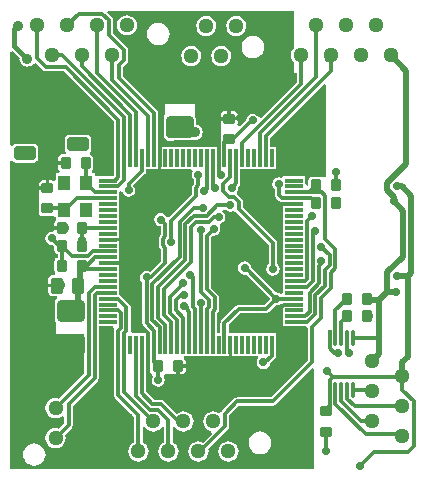
<source format=gbl>
G04 Layer_Physical_Order=2*
G04 Layer_Color=16711680*
%FSLAX24Y24*%
%MOIN*%
G70*
G01*
G75*
G04:AMPARAMS|DCode=10|XSize=39.4mil|YSize=35.4mil|CornerRadius=4.4mil|HoleSize=0mil|Usage=FLASHONLY|Rotation=180.000|XOffset=0mil|YOffset=0mil|HoleType=Round|Shape=RoundedRectangle|*
%AMROUNDEDRECTD10*
21,1,0.0394,0.0266,0,0,180.0*
21,1,0.0305,0.0354,0,0,180.0*
1,1,0.0089,-0.0153,0.0133*
1,1,0.0089,0.0153,0.0133*
1,1,0.0089,0.0153,-0.0133*
1,1,0.0089,-0.0153,-0.0133*
%
%ADD10ROUNDEDRECTD10*%
G04:AMPARAMS|DCode=11|XSize=39.4mil|YSize=35.4mil|CornerRadius=4.4mil|HoleSize=0mil|Usage=FLASHONLY|Rotation=270.000|XOffset=0mil|YOffset=0mil|HoleType=Round|Shape=RoundedRectangle|*
%AMROUNDEDRECTD11*
21,1,0.0394,0.0266,0,0,270.0*
21,1,0.0305,0.0354,0,0,270.0*
1,1,0.0089,-0.0133,-0.0153*
1,1,0.0089,-0.0133,0.0153*
1,1,0.0089,0.0133,0.0153*
1,1,0.0089,0.0133,-0.0153*
%
%ADD11ROUNDEDRECTD11*%
%ADD16R,0.0591X0.0118*%
%ADD17R,0.0118X0.0591*%
%ADD27C,0.0197*%
%ADD28C,0.0118*%
%ADD29C,0.0157*%
%ADD32C,0.0512*%
%ADD33C,0.0315*%
%ADD34C,0.0354*%
%ADD35C,0.0276*%
%ADD36R,0.0118X0.0571*%
%ADD37O,0.0118X0.0571*%
G04:AMPARAMS|DCode=38|XSize=90.6mil|YSize=70.9mil|CornerRadius=8.9mil|HoleSize=0mil|Usage=FLASHONLY|Rotation=180.000|XOffset=0mil|YOffset=0mil|HoleType=Round|Shape=RoundedRectangle|*
%AMROUNDEDRECTD38*
21,1,0.0906,0.0532,0,0,180.0*
21,1,0.0728,0.0709,0,0,180.0*
1,1,0.0177,-0.0364,0.0266*
1,1,0.0177,0.0364,0.0266*
1,1,0.0177,0.0364,-0.0266*
1,1,0.0177,-0.0364,-0.0266*
%
%ADD38ROUNDEDRECTD38*%
G04:AMPARAMS|DCode=39|XSize=55.1mil|YSize=39.4mil|CornerRadius=4.9mil|HoleSize=0mil|Usage=FLASHONLY|Rotation=90.000|XOffset=0mil|YOffset=0mil|HoleType=Round|Shape=RoundedRectangle|*
%AMROUNDEDRECTD39*
21,1,0.0551,0.0295,0,0,90.0*
21,1,0.0453,0.0394,0,0,90.0*
1,1,0.0098,0.0148,0.0226*
1,1,0.0098,0.0148,-0.0226*
1,1,0.0098,-0.0148,-0.0226*
1,1,0.0098,-0.0148,0.0226*
%
%ADD39ROUNDEDRECTD39*%
%ADD40R,0.0413X0.0512*%
G04:AMPARAMS|DCode=41|XSize=70.9mil|YSize=45.3mil|CornerRadius=5.7mil|HoleSize=0mil|Usage=FLASHONLY|Rotation=0.000|XOffset=0mil|YOffset=0mil|HoleType=Round|Shape=RoundedRectangle|*
%AMROUNDEDRECTD41*
21,1,0.0709,0.0340,0,0,0.0*
21,1,0.0595,0.0453,0,0,0.0*
1,1,0.0113,0.0298,-0.0170*
1,1,0.0113,-0.0298,-0.0170*
1,1,0.0113,-0.0298,0.0170*
1,1,0.0113,0.0298,0.0170*
%
%ADD41ROUNDEDRECTD41*%
%ADD42C,0.0276*%
G36*
X415Y16051D02*
X411Y16024D01*
X420Y15957D01*
X446Y15895D01*
X487Y15841D01*
X540Y15800D01*
X602Y15774D01*
X669Y15765D01*
X736Y15774D01*
X798Y15800D01*
X852Y15841D01*
X865Y15859D01*
X962Y15873D01*
X1186Y15649D01*
X1232Y15618D01*
X1286Y15608D01*
X1895D01*
X3560Y13942D01*
Y12148D01*
X3522Y12109D01*
X3346D01*
X3333Y12106D01*
X2972D01*
X2923Y12165D01*
Y12224D01*
X2839D01*
X2818Y12303D01*
X2840Y12318D01*
X2867Y12358D01*
X2876Y12406D01*
Y12712D01*
X2867Y12760D01*
X2840Y12800D01*
X2799Y12828D01*
X2768Y12834D01*
X2750Y12879D01*
X2749Y12916D01*
X2758Y12922D01*
X2787Y12966D01*
X2798Y13019D01*
Y13179D01*
X2800Y13189D01*
X2798Y13199D01*
Y13359D01*
X2787Y13412D01*
X2758Y13456D01*
X2713Y13486D01*
X2660Y13497D01*
X2064D01*
X2012Y13486D01*
X1967Y13456D01*
X1937Y13412D01*
X1926Y13359D01*
Y13199D01*
X1925Y13189D01*
X1926Y13179D01*
Y13019D01*
X1937Y12966D01*
X1967Y12922D01*
X1976Y12916D01*
X1952Y12837D01*
X1816D01*
X1768Y12828D01*
X1727Y12800D01*
X1700Y12760D01*
X1690Y12712D01*
Y12618D01*
X1949D01*
Y12500D01*
X1690D01*
Y12406D01*
X1700Y12358D01*
X1727Y12318D01*
X1749Y12303D01*
X1728Y12224D01*
X1624D01*
Y11999D01*
X1545Y11957D01*
X1539Y11961D01*
X1491Y11971D01*
X1398D01*
Y11713D01*
X1339D01*
Y11654D01*
X1061D01*
Y11580D01*
X1068Y11541D01*
X1063Y11535D01*
Y11220D01*
X1068Y11215D01*
X1061Y11176D01*
Y10910D01*
X1070Y10862D01*
X1097Y10822D01*
X1138Y10795D01*
X1186Y10785D01*
X1491D01*
X1539Y10795D01*
X1545Y10799D01*
X1624Y10757D01*
Y10650D01*
X1624Y10650D01*
X1617Y10640D01*
X1609Y10635D01*
X1582Y10594D01*
X1572Y10546D01*
Y10453D01*
X1831D01*
Y10335D01*
X1572D01*
Y10307D01*
X1512Y10257D01*
X1496Y10260D01*
X1412Y10243D01*
X1340Y10195D01*
X1292Y10124D01*
X1275Y10039D01*
X1292Y9955D01*
X1340Y9883D01*
X1412Y9835D01*
X1496Y9819D01*
X1514Y9822D01*
X1572Y9764D01*
Y9651D01*
X1582Y9603D01*
X1609Y9562D01*
X1650Y9535D01*
X1690Y9527D01*
Y9410D01*
X1650Y9402D01*
X1609Y9375D01*
X1582Y9334D01*
X1572Y9286D01*
Y8981D01*
X1582Y8933D01*
X1604Y8900D01*
X1595Y8865D01*
X1574Y8821D01*
X1506D01*
X1456Y8811D01*
X1414Y8783D01*
X1385Y8741D01*
X1375Y8691D01*
Y8524D01*
X1654D01*
Y8406D01*
X1375D01*
Y8238D01*
X1385Y8188D01*
X1414Y8146D01*
X1456Y8118D01*
X1506Y8108D01*
X1657D01*
X1678Y8029D01*
X1641Y8004D01*
X1604Y7949D01*
X1591Y7884D01*
Y7352D01*
X1604Y7287D01*
X1626Y7247D01*
X1626D01*
X1626Y7247D01*
Y6847D01*
X2576D01*
Y5546D01*
X1730Y4700D01*
X1702Y4712D01*
X1614Y4723D01*
X1527Y4712D01*
X1445Y4678D01*
X1375Y4624D01*
X1322Y4555D01*
X1288Y4473D01*
X1277Y4386D01*
X1288Y4298D01*
X1322Y4217D01*
X1375Y4147D01*
X1445Y4094D01*
X1527Y4060D01*
X1614Y4048D01*
X1702Y4060D01*
X1783Y4094D01*
X1828Y4128D01*
X1905Y4096D01*
X1907Y4094D01*
Y3877D01*
X1730Y3700D01*
X1702Y3712D01*
X1614Y3723D01*
X1527Y3712D01*
X1445Y3678D01*
X1375Y3625D01*
X1322Y3555D01*
X1288Y3473D01*
X1277Y3386D01*
X1288Y3298D01*
X1322Y3217D01*
X1375Y3147D01*
X1445Y3094D01*
X1527Y3060D01*
X1614Y3048D01*
X1702Y3060D01*
X1783Y3094D01*
X1853Y3147D01*
X1906Y3217D01*
X1940Y3298D01*
X1952Y3386D01*
X1940Y3473D01*
X1928Y3501D01*
X2147Y3720D01*
X2177Y3765D01*
X2188Y3819D01*
Y4469D01*
X3013Y5294D01*
X3043Y5340D01*
X3054Y5394D01*
Y7106D01*
X3532D01*
X3575Y7028D01*
X3571Y7022D01*
X3560Y6969D01*
Y4832D01*
X3571Y4778D01*
X3601Y4733D01*
X4234Y4100D01*
Y3241D01*
X4205Y3229D01*
X4135Y3176D01*
X4082Y3106D01*
X4048Y3024D01*
X4036Y2937D01*
X4048Y2850D01*
X4082Y2768D01*
X4135Y2698D01*
X4205Y2645D01*
X4287Y2611D01*
X4374Y2599D01*
X4461Y2611D01*
X4543Y2645D01*
X4613Y2698D01*
X4666Y2768D01*
X4700Y2850D01*
X4712Y2937D01*
X4700Y3024D01*
X4666Y3106D01*
X4613Y3176D01*
X4543Y3229D01*
X4515Y3241D01*
Y3733D01*
X4530Y3741D01*
X4593Y3753D01*
X4635Y3698D01*
X4705Y3645D01*
X4787Y3611D01*
X4874Y3599D01*
X4961Y3611D01*
X5043Y3645D01*
X5113Y3698D01*
X5155Y3753D01*
X5218Y3741D01*
X5234Y3733D01*
Y3241D01*
X5205Y3229D01*
X5135Y3176D01*
X5082Y3106D01*
X5048Y3024D01*
X5036Y2937D01*
X5048Y2850D01*
X5082Y2768D01*
X5135Y2698D01*
X5205Y2645D01*
X5287Y2611D01*
X5374Y2599D01*
X5461Y2611D01*
X5543Y2645D01*
X5613Y2698D01*
X5666Y2768D01*
X5700Y2850D01*
X5712Y2937D01*
X5700Y3024D01*
X5666Y3106D01*
X5613Y3176D01*
X5543Y3229D01*
X5515Y3241D01*
Y3733D01*
X5530Y3741D01*
X5593Y3753D01*
X5635Y3698D01*
X5705Y3645D01*
X5787Y3611D01*
X5874Y3599D01*
X5961Y3611D01*
X6043Y3645D01*
X6113Y3698D01*
X6166Y3768D01*
X6200Y3850D01*
X6212Y3937D01*
X6200Y4024D01*
X6166Y4106D01*
X6113Y4176D01*
X6043Y4229D01*
X5961Y4263D01*
X5874Y4275D01*
X5787Y4263D01*
X5705Y4229D01*
X5655Y4190D01*
X5218Y4627D01*
X5172Y4657D01*
X5119Y4668D01*
X4898D01*
X4629Y4938D01*
Y6122D01*
X4741D01*
Y5925D01*
X4752Y5871D01*
X4761Y5858D01*
Y5635D01*
X4771Y5587D01*
X4798Y5546D01*
X4834Y5522D01*
X4841Y5509D01*
X4859Y5435D01*
X4835Y5399D01*
X4819Y5315D01*
X4835Y5230D01*
X4883Y5159D01*
X4955Y5111D01*
X5039Y5094D01*
X5124Y5111D01*
X5195Y5159D01*
X5243Y5230D01*
X5260Y5315D01*
X5243Y5399D01*
X5221Y5433D01*
X5263Y5512D01*
X5512D01*
X5517Y5517D01*
X5556Y5509D01*
X5630D01*
Y5787D01*
X5689D01*
Y5846D01*
X5947D01*
Y5940D01*
X5938Y5988D01*
X5911Y6029D01*
X5889Y6043D01*
X5910Y6122D01*
X7382D01*
Y6482D01*
X7385Y6496D01*
X7500D01*
Y6122D01*
X8340D01*
X8352Y6106D01*
X8375Y6043D01*
X8339Y5990D01*
X8323Y5906D01*
X8339Y5821D01*
X8387Y5749D01*
X8459Y5702D01*
X8543Y5685D01*
X8628Y5702D01*
X8699Y5749D01*
X8747Y5821D01*
X8758Y5874D01*
X8918Y6034D01*
X8949Y6080D01*
X8959Y6134D01*
Y6496D01*
X8957Y6510D01*
Y6870D01*
X7385D01*
Y7147D01*
X7775Y7537D01*
X8622D01*
X8676Y7547D01*
X8721Y7578D01*
X8958Y7814D01*
X8976Y7811D01*
X9061Y7828D01*
X9114Y7863D01*
X9177Y7840D01*
X9193Y7828D01*
Y7500D01*
Y7106D01*
X9553D01*
X9567Y7104D01*
X9940D01*
X10004Y7090D01*
X10017Y7027D01*
Y5964D01*
X8800Y4747D01*
X7677D01*
X7623Y4736D01*
X7578Y4706D01*
X7168Y4296D01*
X7140Y4254D01*
X7137Y4250D01*
X7052Y4222D01*
X7043Y4229D01*
X6961Y4263D01*
X6874Y4275D01*
X6787Y4263D01*
X6705Y4229D01*
X6635Y4176D01*
X6582Y4106D01*
X6548Y4024D01*
X6536Y3937D01*
X6548Y3850D01*
X6582Y3768D01*
X6635Y3698D01*
X6705Y3645D01*
X6787Y3611D01*
X6794Y3610D01*
X6822Y3527D01*
X6530Y3235D01*
X6461Y3263D01*
X6374Y3275D01*
X6287Y3263D01*
X6205Y3229D01*
X6135Y3176D01*
X6082Y3106D01*
X6048Y3024D01*
X6036Y2937D01*
X6048Y2850D01*
X6082Y2768D01*
X6135Y2698D01*
X6205Y2645D01*
X6287Y2611D01*
X6374Y2599D01*
X6461Y2611D01*
X6543Y2645D01*
X6613Y2698D01*
X6666Y2768D01*
X6700Y2850D01*
X6712Y2937D01*
X6702Y3010D01*
X7367Y3675D01*
X7398Y3720D01*
X7408Y3774D01*
Y4139D01*
X7735Y4466D01*
X8858D01*
X8912Y4476D01*
X8958Y4507D01*
X10163Y5713D01*
X10236Y5683D01*
Y2362D01*
X100D01*
Y12607D01*
X179Y12631D01*
X195Y12607D01*
X240Y12577D01*
X293Y12566D01*
X888D01*
X941Y12577D01*
X986Y12607D01*
X1016Y12651D01*
X1026Y12704D01*
Y12903D01*
X1028Y12913D01*
X1026Y12923D01*
Y13044D01*
X1016Y13097D01*
X986Y13141D01*
X941Y13171D01*
X888Y13182D01*
X293D01*
X240Y13171D01*
X195Y13141D01*
X179Y13117D01*
X100Y13141D01*
Y16254D01*
X179Y16287D01*
X415Y16051D01*
D02*
G37*
G36*
X9567Y16388D02*
X9557Y16380D01*
X9503Y16310D01*
X9469Y16229D01*
X9458Y16142D01*
X9469Y16054D01*
X9503Y15973D01*
X9557Y15903D01*
X9567Y15895D01*
Y15551D01*
X9655D01*
Y15247D01*
X8467Y14060D01*
X8379Y14082D01*
X8345Y14132D01*
X8273Y14180D01*
X8189Y14197D01*
X8104Y14180D01*
X8033Y14132D01*
X7985Y14061D01*
X7972Y13998D01*
X7750Y13775D01*
X7677Y13806D01*
Y13858D01*
X7672Y13864D01*
X7680Y13903D01*
Y13976D01*
X7124D01*
Y13903D01*
X7131Y13864D01*
X7126Y13858D01*
Y13543D01*
X7131Y13538D01*
X7124Y13499D01*
Y13316D01*
X7114Y13302D01*
X7104Y13248D01*
Y13091D01*
X5022D01*
Y14211D01*
X5012Y14265D01*
X4981Y14310D01*
X3859Y15433D01*
Y15757D01*
X3981Y15879D01*
X4012Y15925D01*
X4022Y15979D01*
Y16315D01*
X4012Y16369D01*
X3981Y16414D01*
X3522Y16873D01*
Y17305D01*
X3512Y17359D01*
X3481Y17404D01*
X3342Y17543D01*
X3372Y17616D01*
X9567D01*
Y16388D01*
D02*
G37*
G36*
X5138Y12343D02*
X6141D01*
X6183Y12264D01*
X6174Y12250D01*
X6157Y12165D01*
X6174Y12081D01*
X6222Y12009D01*
X6237Y11999D01*
Y11869D01*
X6200Y11832D01*
X6169Y11786D01*
X6159Y11732D01*
Y11515D01*
X5402Y10758D01*
X5377Y10757D01*
X5315Y10769D01*
X5309Y10774D01*
X5274Y10825D01*
X5203Y10873D01*
X5118Y10890D01*
X5034Y10873D01*
X4962Y10825D01*
X4914Y10754D01*
X4897Y10669D01*
X4914Y10585D01*
X4962Y10513D01*
X5034Y10465D01*
X5118Y10448D01*
X5135Y10435D01*
Y10172D01*
X5098Y10135D01*
X5067Y10089D01*
X5056Y10035D01*
Y9807D01*
X5067Y9753D01*
X5098Y9708D01*
X5135Y9670D01*
Y9279D01*
X4772Y8916D01*
X4730Y8944D01*
X4646Y8961D01*
X4561Y8944D01*
X4490Y8896D01*
X4442Y8825D01*
X4425Y8740D01*
X4442Y8656D01*
X4490Y8584D01*
X4505Y8574D01*
Y7205D01*
X4516Y7151D01*
X4546Y7105D01*
X4703Y6949D01*
X4670Y6870D01*
X4166D01*
X4114Y6949D01*
X4117Y6966D01*
Y7754D01*
X4106Y7808D01*
X4076Y7853D01*
X3798Y8131D01*
X3753Y8161D01*
X3720Y8168D01*
Y8484D01*
Y8878D01*
Y9154D01*
X3360D01*
X3346Y9156D01*
Y9269D01*
X3360Y9272D01*
X3720D01*
Y9272D01*
Y9665D01*
Y9941D01*
X3346D01*
Y10059D01*
X3720D01*
Y10059D01*
Y10453D01*
Y10846D01*
Y11240D01*
Y11584D01*
X3768Y11611D01*
X3848Y11573D01*
X3851Y11559D01*
X3899Y11488D01*
X3971Y11440D01*
X4055Y11423D01*
X4140Y11440D01*
X4211Y11488D01*
X4259Y11559D01*
X4276Y11644D01*
X4259Y11728D01*
X4211Y11800D01*
X4211Y11806D01*
X4588Y12183D01*
X4618Y12229D01*
X4629Y12283D01*
Y12343D01*
X5020D01*
Y12703D01*
X5022Y12717D01*
X5138D01*
Y12343D01*
D02*
G37*
G36*
X10630Y15165D02*
Y12087D01*
X10472D01*
X10467Y12081D01*
X10428Y12089D01*
X10162D01*
X10114Y12079D01*
X10074Y12052D01*
X10047Y12012D01*
X10037Y11964D01*
Y11811D01*
X10020Y11799D01*
X9941Y11839D01*
Y12106D01*
X9193D01*
Y12106D01*
X9114Y12059D01*
X9055Y12071D01*
X8971Y12054D01*
X8899Y12006D01*
X8851Y11935D01*
X8834Y11850D01*
X8851Y11766D01*
X8899Y11694D01*
X8915Y11684D01*
Y11496D01*
X8925Y11442D01*
X8956Y11397D01*
X9074Y11279D01*
X9119Y11248D01*
X9173Y11237D01*
X9193D01*
Y11237D01*
X9567D01*
Y11122D01*
X9193D01*
Y11043D01*
Y10650D01*
Y10256D01*
Y9862D01*
Y9469D01*
Y9075D01*
Y8681D01*
Y8235D01*
X9177Y8223D01*
X9114Y8200D01*
X9061Y8235D01*
X8976Y8252D01*
X8958Y8249D01*
X8130Y9077D01*
X8117Y9140D01*
X8069Y9211D01*
X7998Y9259D01*
X7913Y9276D01*
X7829Y9259D01*
X7757Y9211D01*
X7709Y9140D01*
X7693Y9055D01*
X7709Y8971D01*
X7757Y8899D01*
X7829Y8851D01*
X7913Y8834D01*
X7965Y8845D01*
X8759Y8050D01*
X8756Y8031D01*
X8759Y8013D01*
X8564Y7818D01*
X7717D01*
X7663Y7807D01*
X7617Y7777D01*
X7145Y7304D01*
X7114Y7258D01*
X7104Y7205D01*
Y6870D01*
X6991D01*
Y7541D01*
X7028Y7579D01*
X7059Y7625D01*
X7070Y7678D01*
Y8070D01*
X7059Y8123D01*
X7028Y8169D01*
X6794Y8403D01*
Y10060D01*
X6871Y10137D01*
X6890Y10134D01*
X6974Y10150D01*
X7046Y10198D01*
X7094Y10270D01*
X7111Y10354D01*
X7094Y10439D01*
X7083Y10454D01*
X7120Y10542D01*
X7132Y10544D01*
X7203Y10592D01*
X7251Y10664D01*
X7268Y10748D01*
X7251Y10832D01*
X7203Y10904D01*
X7176Y10922D01*
X7200Y11001D01*
X7274D01*
X7285Y10986D01*
X7356Y10938D01*
X7441Y10921D01*
X7525Y10938D01*
X7617Y10924D01*
X8718Y9824D01*
Y9182D01*
X8702Y9172D01*
X8654Y9100D01*
X8637Y9016D01*
X8654Y8931D01*
X8702Y8860D01*
X8774Y8812D01*
X8858Y8795D01*
X8943Y8812D01*
X9014Y8860D01*
X9062Y8931D01*
X9079Y9016D01*
X9062Y9100D01*
X9014Y9172D01*
X8999Y9182D01*
Y9882D01*
X8988Y9936D01*
X8958Y9981D01*
X7857Y11082D01*
Y11256D01*
X7846Y11310D01*
X7816Y11355D01*
X7668Y11503D01*
X7655Y11533D01*
X7658Y11609D01*
X7684Y11648D01*
X7701Y11732D01*
X7697Y11751D01*
X7737Y11790D01*
X7768Y11836D01*
X7778Y11890D01*
Y12343D01*
X8957D01*
Y13091D01*
X8763D01*
Y13401D01*
X10557Y15195D01*
X10630Y15165D01*
D02*
G37*
%LPC*%
G36*
X3988Y17479D02*
X3901Y17468D01*
X3819Y17434D01*
X3750Y17380D01*
X3696Y17311D01*
X3662Y17229D01*
X3651Y17142D01*
X3662Y17054D01*
X3696Y16973D01*
X3750Y16903D01*
X3819Y16849D01*
X3901Y16816D01*
X3988Y16804D01*
X4076Y16816D01*
X4157Y16849D01*
X4227Y16903D01*
X4281Y16973D01*
X4314Y17054D01*
X4326Y17142D01*
X4314Y17229D01*
X4281Y17311D01*
X4227Y17380D01*
X4157Y17434D01*
X4076Y17468D01*
X3988Y17479D01*
D02*
G37*
G36*
X1280Y11971D02*
X1186D01*
X1138Y11961D01*
X1097Y11934D01*
X1070Y11893D01*
X1061Y11845D01*
Y11772D01*
X1280D01*
Y11971D01*
D02*
G37*
G36*
X7638Y17464D02*
X7550Y17452D01*
X7469Y17418D01*
X7399Y17365D01*
X7345Y17295D01*
X7312Y17213D01*
X7300Y17126D01*
X7312Y17039D01*
X7345Y16957D01*
X7399Y16887D01*
X7469Y16834D01*
X7550Y16800D01*
X7638Y16788D01*
X7725Y16800D01*
X7807Y16834D01*
X7876Y16887D01*
X7930Y16957D01*
X7964Y17039D01*
X7975Y17126D01*
X7964Y17213D01*
X7930Y17295D01*
X7876Y17365D01*
X7807Y17418D01*
X7725Y17452D01*
X7638Y17464D01*
D02*
G37*
G36*
X5947Y5728D02*
X5748D01*
Y5509D01*
X5822D01*
X5870Y5519D01*
X5911Y5546D01*
X5938Y5587D01*
X5947Y5635D01*
Y5728D01*
D02*
G37*
G36*
X906Y3212D02*
X808Y3199D01*
X717Y3161D01*
X639Y3101D01*
X579Y3023D01*
X541Y2932D01*
X528Y2835D01*
X541Y2737D01*
X579Y2646D01*
X639Y2568D01*
X717Y2508D01*
X808Y2470D01*
X906Y2457D01*
X1003Y2470D01*
X1094Y2508D01*
X1172Y2568D01*
X1232Y2646D01*
X1270Y2737D01*
X1283Y2835D01*
X1270Y2932D01*
X1232Y3023D01*
X1172Y3101D01*
X1094Y3161D01*
X1003Y3199D01*
X906Y3212D01*
D02*
G37*
G36*
X7374Y3275D02*
X7287Y3263D01*
X7205Y3229D01*
X7135Y3176D01*
X7082Y3106D01*
X7048Y3024D01*
X7036Y2937D01*
X7048Y2850D01*
X7082Y2768D01*
X7135Y2698D01*
X7205Y2645D01*
X7287Y2611D01*
X7374Y2599D01*
X7461Y2611D01*
X7543Y2645D01*
X7613Y2698D01*
X7666Y2768D01*
X7700Y2850D01*
X7712Y2937D01*
X7700Y3024D01*
X7666Y3106D01*
X7613Y3176D01*
X7543Y3229D01*
X7461Y3263D01*
X7374Y3275D01*
D02*
G37*
G36*
X8425Y3606D02*
X8328Y3593D01*
X8237Y3555D01*
X8158Y3495D01*
X8098Y3417D01*
X8061Y3326D01*
X8048Y3228D01*
X8061Y3131D01*
X8098Y3040D01*
X8158Y2962D01*
X8237Y2902D01*
X8328Y2864D01*
X8425Y2851D01*
X8523Y2864D01*
X8614Y2902D01*
X8692Y2962D01*
X8752Y3040D01*
X8790Y3131D01*
X8802Y3228D01*
X8790Y3326D01*
X8752Y3417D01*
X8692Y3495D01*
X8614Y3555D01*
X8523Y3593D01*
X8425Y3606D01*
D02*
G37*
G36*
X6638Y17464D02*
X6550Y17452D01*
X6469Y17418D01*
X6399Y17365D01*
X6345Y17295D01*
X6312Y17213D01*
X6300Y17126D01*
X6312Y17039D01*
X6345Y16957D01*
X6399Y16887D01*
X6469Y16834D01*
X6550Y16800D01*
X6638Y16788D01*
X6725Y16800D01*
X6807Y16834D01*
X6876Y16887D01*
X6930Y16957D01*
X6964Y17039D01*
X6975Y17126D01*
X6964Y17213D01*
X6930Y17295D01*
X6876Y17365D01*
X6807Y17418D01*
X6725Y17452D01*
X6638Y17464D01*
D02*
G37*
G36*
X6138Y16464D02*
X6050Y16452D01*
X5969Y16418D01*
X5899Y16365D01*
X5845Y16295D01*
X5812Y16213D01*
X5800Y16126D01*
X5812Y16039D01*
X5845Y15957D01*
X5899Y15887D01*
X5969Y15834D01*
X6050Y15800D01*
X6138Y15788D01*
X6225Y15800D01*
X6307Y15834D01*
X6376Y15887D01*
X6430Y15957D01*
X6464Y16039D01*
X6475Y16126D01*
X6464Y16213D01*
X6430Y16295D01*
X6376Y16365D01*
X6307Y16418D01*
X6225Y16452D01*
X6138Y16464D01*
D02*
G37*
G36*
X7138D02*
X7050Y16452D01*
X6969Y16418D01*
X6899Y16365D01*
X6845Y16295D01*
X6812Y16213D01*
X6800Y16126D01*
X6812Y16039D01*
X6845Y15957D01*
X6899Y15887D01*
X6969Y15834D01*
X7050Y15800D01*
X7138Y15788D01*
X7225Y15800D01*
X7307Y15834D01*
X7376Y15887D01*
X7430Y15957D01*
X7464Y16039D01*
X7475Y16126D01*
X7464Y16213D01*
X7430Y16295D01*
X7376Y16365D01*
X7307Y16418D01*
X7225Y16452D01*
X7138Y16464D01*
D02*
G37*
G36*
X8189Y16795D02*
X8091Y16782D01*
X8000Y16744D01*
X7922Y16684D01*
X7862Y16606D01*
X7825Y16515D01*
X7812Y16417D01*
X7825Y16320D01*
X7862Y16229D01*
X7922Y16151D01*
X8000Y16091D01*
X8091Y16053D01*
X8189Y16040D01*
X8287Y16053D01*
X8378Y16091D01*
X8456Y16151D01*
X8516Y16229D01*
X8553Y16320D01*
X8566Y16417D01*
X8553Y16515D01*
X8516Y16606D01*
X8456Y16684D01*
X8378Y16744D01*
X8287Y16782D01*
X8189Y16795D01*
D02*
G37*
G36*
X7554Y14294D02*
X7461D01*
Y14094D01*
X7680D01*
Y14168D01*
X7670Y14216D01*
X7643Y14257D01*
X7602Y14284D01*
X7554Y14294D01*
D02*
G37*
G36*
X6248Y14531D02*
X5248D01*
Y14185D01*
X5241Y14112D01*
X5226Y14091D01*
X5221Y14063D01*
X5221Y14063D01*
X5213Y14026D01*
Y13509D01*
X5212Y13504D01*
X5213Y13499D01*
Y13494D01*
X5226Y13429D01*
X5228Y13427D01*
X5229Y13419D01*
X5277Y13348D01*
X5349Y13300D01*
X5433Y13283D01*
X5518Y13300D01*
X5553Y13323D01*
X6112D01*
X6177Y13336D01*
X6181Y13339D01*
X6193Y13333D01*
X6260Y13325D01*
X6327Y13333D01*
X6389Y13359D01*
X6442Y13400D01*
X6483Y13454D01*
X6509Y13516D01*
X6518Y13583D01*
X6509Y13649D01*
X6483Y13712D01*
X6442Y13765D01*
X6389Y13806D01*
X6327Y13832D01*
X6283Y13838D01*
Y14026D01*
X6270Y14091D01*
X6255Y14112D01*
X6248Y14185D01*
Y14201D01*
Y14531D01*
D02*
G37*
G36*
X5039Y17228D02*
X4942Y17215D01*
X4851Y17177D01*
X4773Y17117D01*
X4713Y17039D01*
X4675Y16948D01*
X4662Y16850D01*
X4675Y16753D01*
X4713Y16662D01*
X4773Y16584D01*
X4851Y16524D01*
X4942Y16486D01*
X5039Y16473D01*
X5137Y16486D01*
X5228Y16524D01*
X5306Y16584D01*
X5366Y16662D01*
X5404Y16753D01*
X5417Y16850D01*
X5404Y16948D01*
X5366Y17039D01*
X5306Y17117D01*
X5228Y17177D01*
X5137Y17215D01*
X5039Y17228D01*
D02*
G37*
G36*
X7343Y14294D02*
X7249D01*
X7201Y14284D01*
X7160Y14257D01*
X7133Y14216D01*
X7124Y14168D01*
Y14094D01*
X7343D01*
Y14294D01*
D02*
G37*
%LPD*%
D10*
X10630Y4272D02*
D03*
Y3602D02*
D03*
X7402Y13366D02*
D03*
Y14035D02*
D03*
X1339Y11043D02*
D03*
Y11713D02*
D03*
D11*
X11988Y7441D02*
D03*
X11319D02*
D03*
X11319Y8031D02*
D03*
X11988D02*
D03*
X10295Y11220D02*
D03*
X10965D02*
D03*
Y11811D02*
D03*
X10295D02*
D03*
X5020Y5787D02*
D03*
X5689D02*
D03*
X2500Y10394D02*
D03*
X1831D02*
D03*
X2618Y12559D02*
D03*
X1949D02*
D03*
X1831Y9134D02*
D03*
X2500D02*
D03*
Y9803D02*
D03*
X1831D02*
D03*
D16*
X3346Y7244D02*
D03*
Y7441D02*
D03*
Y7638D02*
D03*
Y7835D02*
D03*
Y8031D02*
D03*
Y8228D02*
D03*
Y8425D02*
D03*
Y8622D02*
D03*
Y8819D02*
D03*
Y9016D02*
D03*
Y9213D02*
D03*
Y9409D02*
D03*
Y9606D02*
D03*
Y9803D02*
D03*
Y10000D02*
D03*
Y10197D02*
D03*
Y10394D02*
D03*
Y10591D02*
D03*
Y10787D02*
D03*
Y10984D02*
D03*
Y11181D02*
D03*
Y11378D02*
D03*
Y11575D02*
D03*
Y11772D02*
D03*
Y11968D02*
D03*
X9567D02*
D03*
Y11772D02*
D03*
Y11575D02*
D03*
Y11378D02*
D03*
Y11181D02*
D03*
Y10984D02*
D03*
Y10787D02*
D03*
Y10591D02*
D03*
Y10394D02*
D03*
Y10197D02*
D03*
Y10000D02*
D03*
Y9803D02*
D03*
Y9606D02*
D03*
Y9409D02*
D03*
Y9213D02*
D03*
Y9016D02*
D03*
Y8819D02*
D03*
Y8622D02*
D03*
Y8425D02*
D03*
Y8228D02*
D03*
Y8031D02*
D03*
Y7835D02*
D03*
Y7638D02*
D03*
Y7441D02*
D03*
Y7244D02*
D03*
D17*
X4094Y12717D02*
D03*
X4291D02*
D03*
X4488D02*
D03*
X4685D02*
D03*
X4882D02*
D03*
X5079D02*
D03*
X5276D02*
D03*
X5472D02*
D03*
X5669D02*
D03*
X5866D02*
D03*
X6063D02*
D03*
X6260D02*
D03*
X6457D02*
D03*
X6654D02*
D03*
X6850D02*
D03*
X7047D02*
D03*
X7244D02*
D03*
X7441D02*
D03*
X7638D02*
D03*
X7835D02*
D03*
X8031D02*
D03*
X8228D02*
D03*
X8425D02*
D03*
X8622D02*
D03*
X8819D02*
D03*
Y6496D02*
D03*
X8622D02*
D03*
X8425D02*
D03*
X8228D02*
D03*
X8031D02*
D03*
X7835D02*
D03*
X7638D02*
D03*
X7441D02*
D03*
X7244D02*
D03*
X7047D02*
D03*
X6850D02*
D03*
X6654D02*
D03*
X6457D02*
D03*
X6260D02*
D03*
X6063D02*
D03*
X5866D02*
D03*
X5669D02*
D03*
X5472D02*
D03*
X5276D02*
D03*
X5079D02*
D03*
X4882D02*
D03*
X4685D02*
D03*
X4488D02*
D03*
X4291D02*
D03*
X4094D02*
D03*
D27*
X12402Y6732D02*
Y7992D01*
X11988Y8031D02*
X12028Y7992D01*
X12402D01*
X12677Y8268D01*
X12402Y6181D02*
Y6732D01*
X12165Y5945D02*
X12402Y6181D01*
X12886Y11272D02*
Y11433D01*
X12992Y11772D02*
X13150D01*
X12874Y12087D02*
X13307Y12520D01*
X12862Y12087D02*
X12874D01*
X12886Y11272D02*
X13189Y10969D01*
X13150Y11772D02*
X13465Y11457D01*
Y8898D02*
Y11457D01*
X12795Y16142D02*
X13307Y15630D01*
Y12520D02*
Y15630D01*
X12677Y11902D02*
X12862Y12087D01*
X12677Y11641D02*
Y11902D01*
Y11641D02*
X12886Y11433D01*
X13189Y9422D02*
Y10969D01*
X12677Y8910D02*
X13189Y9422D01*
X13346Y8780D02*
X13465Y8898D01*
X12677Y8268D02*
X12953D01*
X12677D02*
Y8910D01*
X13346Y6102D02*
Y8780D01*
X12992D02*
X13346D01*
X13165Y5921D02*
X13346Y6102D01*
X13165Y5445D02*
Y5921D01*
X2362Y7854D02*
Y8465D01*
X2126Y7618D02*
X2362Y7854D01*
Y8465D02*
X2441Y8543D01*
Y9075D01*
X2500Y9134D01*
D28*
X984Y16050D02*
Y17106D01*
X949Y17142D02*
X984Y17106D01*
Y16050D02*
X1286Y15748D01*
X4882Y12717D02*
Y14211D01*
X2488Y15770D02*
X4094Y14163D01*
X1953Y15748D02*
X3701Y14000D01*
X8819Y9016D02*
X8858D01*
X10472Y9213D02*
Y9252D01*
X10197Y8621D02*
Y10197D01*
X10000Y8703D02*
Y10630D01*
X10472Y9764D02*
X10748Y9488D01*
Y9138D02*
Y9488D01*
X10945Y9055D02*
Y9681D01*
X10591Y8980D02*
X10748Y9138D01*
X10591Y8458D02*
Y8980D01*
X10787Y8898D02*
X10945Y9055D01*
X10787Y8377D02*
Y8898D01*
X10276Y8143D02*
X10591Y8458D01*
X10472Y8062D02*
X10787Y8377D01*
X10610Y10016D02*
X10945Y9681D01*
X10394Y9134D02*
X10472Y9213D01*
X10157Y5906D02*
Y7087D01*
X10472Y7402D01*
X8858Y4606D02*
X10157Y5906D01*
X8543Y5906D02*
X8591D01*
X8819Y6134D01*
Y6496D01*
X10630Y2953D02*
Y3602D01*
X10669Y5617D02*
X10863Y5423D01*
X10748Y5000D02*
Y5308D01*
X10863Y5423D01*
X13144D01*
X13165Y5445D01*
X10906Y6220D02*
X11024D01*
X10748Y6378D02*
X10906Y6220D01*
X10748Y6378D02*
Y6732D01*
X11339Y6285D02*
Y6732D01*
Y6285D02*
X11404Y6220D01*
X10394Y8540D02*
Y9134D01*
X10079Y8225D02*
X10394Y8540D01*
X10001Y8425D02*
X10197Y8621D01*
X9919Y8622D02*
X10000Y8703D01*
X11988Y8031D02*
X12067D01*
X11535Y6732D02*
X12402D01*
X11142D02*
Y7264D01*
X11319Y7441D01*
X10945Y7657D02*
X11319Y8031D01*
X10945Y6732D02*
Y7657D01*
Y4529D02*
X11970Y3504D01*
X10945Y4529D02*
Y5000D01*
X10748Y4469D02*
Y5000D01*
X10591Y4311D02*
X10748Y4469D01*
X11970Y3504D02*
X13106D01*
X11142Y4611D02*
X11807Y3945D01*
X11142Y4611D02*
Y5000D01*
X11339Y4692D02*
X11586Y4445D01*
X11339Y4692D02*
Y5000D01*
X11807Y3945D02*
X12165D01*
X11586Y4445D02*
X13165D01*
X11772Y2441D02*
X12244Y2913D01*
X13346D01*
X13106Y3504D02*
X13165Y3445D01*
X12110Y5000D02*
X12165Y4945D01*
X11535Y5000D02*
X12110D01*
X13130Y4409D02*
X13165Y4445D01*
X7047Y12244D02*
X7126Y12165D01*
X7047Y12244D02*
Y12717D01*
X7441Y12083D02*
Y12717D01*
X7205Y11846D02*
X7441Y12083D01*
X7638Y11890D02*
Y12717D01*
X7480Y11732D02*
X7638Y11890D01*
X5276Y10114D02*
Y10512D01*
X5197Y10035D02*
X5276Y10114D01*
X5197Y9807D02*
Y10035D01*
X5276Y9221D02*
Y9728D01*
X5197Y9807D02*
X5276Y9728D01*
X5118Y10669D02*
X5276Y10512D01*
X5472Y9961D02*
Y10630D01*
X5748Y9415D02*
Y10596D01*
X5945Y9334D02*
Y10515D01*
X6142Y9252D02*
Y10433D01*
X6457Y8264D02*
Y10315D01*
X6654Y10118D02*
X6890Y10354D01*
X6654Y8345D02*
Y10118D01*
Y8345D02*
X6929Y8070D01*
X6142Y10433D02*
X6299Y10591D01*
X6735D01*
X6654Y10787D02*
X7008Y11142D01*
X6218Y10787D02*
X6654D01*
X6215Y11063D02*
X6535D01*
X6575Y11614D02*
X6654Y11693D01*
X6378Y11811D02*
Y12165D01*
X6299Y11732D02*
X6378Y11811D01*
X6299Y11457D02*
Y11732D01*
X5945Y10515D02*
X6218Y10787D01*
X4843Y8510D02*
X5748Y9415D01*
X5039Y8428D02*
X5945Y9334D01*
X5236Y8346D02*
X6142Y9252D01*
X8622Y7677D02*
X8976Y8031D01*
X7717Y7677D02*
X8622D01*
X7244Y7205D02*
X7717Y7677D01*
X7244Y6496D02*
Y7205D01*
X9173Y11378D02*
X9567D01*
X10945Y11220D02*
X10965D01*
X7047Y14035D02*
X7402D01*
X7047Y12717D02*
Y14035D01*
X6850Y11811D02*
Y12717D01*
Y11811D02*
X6929Y11732D01*
X7205Y11618D02*
Y11846D01*
Y11618D02*
X7405Y11417D01*
X7008Y11142D02*
X7441D01*
X6893Y10748D02*
X7047D01*
X5472Y10630D02*
X6299Y11457D01*
X6735Y10591D02*
X6893Y10748D01*
X6654Y11693D02*
Y12717D01*
X4764Y4882D02*
X4921D01*
X4685Y4961D02*
X4764Y4882D01*
X4685Y4961D02*
Y6496D01*
X4488Y4880D02*
Y6496D01*
Y4880D02*
X4840Y4528D01*
X4291Y4798D02*
X4759Y4331D01*
X4291Y4798D02*
Y6496D01*
X3898Y4913D02*
X4874Y3937D01*
X4374Y2937D02*
Y4159D01*
X3701Y4832D02*
X4374Y4159D01*
X4449Y7008D02*
Y7087D01*
X4331D02*
X4449D01*
Y7008D02*
X4564D01*
X4685Y6887D01*
Y6496D02*
Y6887D01*
X4882Y6496D02*
Y6969D01*
X4646Y7205D02*
X4882Y6969D01*
X4646Y7205D02*
Y8740D01*
X4843Y7312D02*
Y8510D01*
Y7312D02*
X5079Y7075D01*
Y6496D02*
Y7075D01*
X5236Y7475D02*
X5472Y7239D01*
X5236Y7475D02*
Y8346D01*
X5433Y7556D02*
Y8074D01*
Y7556D02*
X5669Y7320D01*
X5630Y7638D02*
X5866Y7402D01*
X5630Y7638D02*
Y7992D01*
X5787Y8150D01*
X5039Y7393D02*
Y8428D01*
Y7393D02*
X5276Y7157D01*
X5787Y8150D02*
X5906D01*
X6181Y7988D02*
Y8740D01*
X6181Y7988D02*
X6181Y7988D01*
X6181Y7760D02*
Y7988D01*
X6457Y6496D02*
Y7874D01*
X5472Y6496D02*
Y7239D01*
X5276Y6496D02*
Y7157D01*
X4646Y8740D02*
X4795D01*
X6181Y7760D02*
X6260Y7681D01*
Y6496D02*
Y7681D01*
X5709Y3937D02*
X5874D01*
X5119Y4528D02*
X5709Y3937D01*
X4840Y4528D02*
X5119D01*
X5374Y2937D02*
Y3994D01*
X5037Y4331D02*
X5374Y3994D01*
X4759Y4331D02*
X5037D01*
X3701Y6969D02*
X3780Y7047D01*
X3701Y4832D02*
Y6969D01*
X3898Y6887D02*
X3976Y6966D01*
X3898Y4913D02*
Y6887D01*
X10059Y11575D02*
X10484D01*
X6374Y2937D02*
X6431D01*
X7268Y3774D01*
Y4197D01*
X7677Y4606D01*
X8858D01*
X10472Y7402D02*
Y8062D01*
X10079Y7600D02*
Y8225D01*
X9919Y7441D02*
X10079Y7600D01*
X9567Y7441D02*
X9919D01*
X9567Y8425D02*
X10001D01*
X9567Y8622D02*
X9919D01*
X10001Y7244D02*
X10276Y7519D01*
Y8143D01*
X10610Y10016D02*
Y11448D01*
X10197Y10197D02*
X10276Y10276D01*
X10484Y11575D02*
X10610Y11448D01*
X5020Y5335D02*
Y5787D01*
Y5335D02*
X5039Y5315D01*
X4882Y5925D02*
Y6496D01*
X4795Y8740D02*
X5276Y9221D01*
X4882Y5925D02*
X5020Y5787D01*
X7913Y9055D02*
X7953D01*
X8976Y8031D01*
X10965Y11811D02*
Y12264D01*
X8976Y8031D02*
X9567D01*
Y7244D02*
X10001D01*
X10059Y11575D02*
X10295Y11811D01*
X9567Y11575D02*
X10059D01*
X10138Y11378D02*
X10295Y11220D01*
X9567Y11378D02*
X10138D01*
X7362Y13366D02*
X7539D01*
X5906Y7795D02*
X5945Y7756D01*
X5866Y6496D02*
Y7402D01*
X5669Y6496D02*
Y7320D01*
X6102Y8819D02*
X6181Y8740D01*
X5866Y8507D02*
Y8543D01*
X5433Y8074D02*
X5866Y8507D01*
X1496Y10039D02*
X1732Y9803D01*
X1831D01*
X1909Y10945D02*
X2343Y11378D01*
X1811Y11043D02*
X1909Y10945D01*
X1339Y11043D02*
X1811D01*
X1831Y9134D02*
Y9803D01*
X2500Y10394D02*
X2500Y10394D01*
X3346D01*
X4055Y11850D02*
X4488Y12283D01*
Y12717D01*
X1614Y3386D02*
X2047Y3819D01*
Y4528D01*
X2913Y5394D01*
X1614Y4386D02*
X2717Y5488D01*
Y8229D01*
X2913Y8425D01*
X2913Y8148D02*
X2994Y8228D01*
X2913Y5394D02*
Y8148D01*
X2913Y8425D02*
X3346D01*
X2994Y8228D02*
X3346D01*
X2500Y9980D02*
Y10394D01*
X2500Y10394D02*
X2500Y10394D01*
X3976Y6966D02*
Y7754D01*
X3699Y8031D02*
X3976Y7754D01*
X3346Y8031D02*
X3699D01*
X3780Y7047D02*
Y7557D01*
X3699Y7638D02*
X3780Y7557D01*
X3346Y7638D02*
X3699D01*
X2652Y9134D02*
X2928Y9409D01*
X2500Y9134D02*
X2652D01*
X2928Y9409D02*
X3346D01*
X2559Y9075D02*
X2618Y9016D01*
X3346D01*
X1831Y9803D02*
X2165Y9469D01*
X2708D01*
X2846Y9606D01*
X3346D01*
X2618Y11870D02*
Y12559D01*
Y11870D02*
X2913Y11575D01*
X2343Y11378D02*
X3346D01*
X7244Y13248D02*
X7362Y13366D01*
X7244Y12717D02*
Y13248D01*
X5748Y10596D02*
X6215Y11063D01*
X3346Y11772D02*
X3699D01*
X13346Y2913D02*
X13559Y3126D01*
Y4608D01*
X13165Y5002D02*
X13559Y4608D01*
X13165Y5002D02*
Y5445D01*
X6929Y7678D02*
Y8070D01*
X6850Y7600D02*
X6929Y7678D01*
X6850Y6496D02*
Y7600D01*
X6457Y8264D02*
X6732Y7988D01*
Y7760D02*
Y7988D01*
X6654Y7681D02*
X6732Y7760D01*
X6654Y6496D02*
Y7681D01*
X6063Y6496D02*
Y7600D01*
X5984Y7678D02*
X6063Y7600D01*
X5984Y7678D02*
Y7756D01*
X5945D02*
X5984D01*
X2913Y11575D02*
X3346D01*
X10677Y15987D02*
Y16142D01*
X7835Y12717D02*
Y13228D01*
X9215Y7835D02*
X9567D01*
X9134Y7754D02*
X9215Y7835D01*
X9134Y7480D02*
Y7754D01*
X8898Y7244D02*
X9134Y7480D01*
X5079Y12717D02*
Y13386D01*
X4094Y12717D02*
Y14163D01*
X4291Y12717D02*
Y14245D01*
X4055Y11644D02*
Y11850D01*
X3346Y11968D02*
X3580D01*
X3701Y12089D01*
X3699Y11772D02*
X3898Y11970D01*
Y14082D01*
X3701Y12089D02*
Y14000D01*
X10795Y15632D02*
Y16142D01*
X10295Y15411D02*
Y17142D01*
X9795Y15189D02*
Y16142D01*
X8622Y12717D02*
Y13459D01*
X10795Y15632D01*
X8425Y12717D02*
Y13541D01*
X10295Y15411D01*
X7835Y13228D02*
X9795Y15189D01*
X7539Y13366D02*
X8150Y13976D01*
X8189D01*
X9055Y11496D02*
X9173Y11378D01*
X9055Y11496D02*
Y11850D01*
X8858Y9016D02*
Y9882D01*
X7555Y11417D02*
X7717Y11256D01*
Y11024D02*
X8858Y9882D01*
X7405Y11417D02*
X7555D01*
X7717Y11024D02*
Y11256D01*
X10000Y10630D02*
X10157Y10787D01*
X4685Y12717D02*
Y14130D01*
X2488Y15770D02*
Y16142D01*
X2988Y15548D02*
X4291Y14245D01*
X2988Y15548D02*
Y17142D01*
X3488Y15326D02*
X4685Y14130D01*
X3488Y15326D02*
Y16142D01*
X3718Y15375D02*
X4882Y14211D01*
X3718Y15375D02*
Y15815D01*
X3882Y15979D01*
Y16315D01*
X3382Y16815D02*
X3882Y16315D01*
X3382Y16815D02*
Y17305D01*
X3151Y17535D02*
X3382Y17305D01*
X2382Y17535D02*
X3151D01*
X1988Y17142D02*
X2382Y17535D01*
X1449Y16142D02*
X1838D01*
X3898Y14082D01*
X1286Y15748D02*
X1953D01*
D29*
X630Y16024D02*
X669D01*
X236Y16457D02*
X669Y16024D01*
X236Y16457D02*
Y17008D01*
X354Y17126D01*
D32*
X9295Y17142D02*
D03*
X9795Y16142D02*
D03*
X10295Y17142D02*
D03*
X10795Y16142D02*
D03*
X11295Y17142D02*
D03*
X11795Y16142D02*
D03*
X12295Y17142D02*
D03*
X12795Y16142D02*
D03*
X7874Y3937D02*
D03*
X7374Y2937D02*
D03*
X6874Y3937D02*
D03*
X6374Y2937D02*
D03*
X5874Y3937D02*
D03*
X5374Y2937D02*
D03*
X4874Y3937D02*
D03*
X4374Y2937D02*
D03*
X6138Y16126D02*
D03*
X6638Y17126D02*
D03*
X7138Y16126D02*
D03*
X7638Y17126D02*
D03*
X12165Y5945D02*
D03*
X13165Y5445D02*
D03*
X12165Y4945D02*
D03*
X13165Y4445D02*
D03*
X12165Y3945D02*
D03*
X13165Y3445D02*
D03*
X614Y4886D02*
D03*
X1614Y4386D02*
D03*
X614Y3886D02*
D03*
X1614Y3386D02*
D03*
X988Y17142D02*
D03*
X1488Y16142D02*
D03*
X1988Y17142D02*
D03*
X2488Y16142D02*
D03*
X2988Y17142D02*
D03*
X3488Y16142D02*
D03*
X3988Y17142D02*
D03*
X4488Y16142D02*
D03*
D33*
X3386Y12953D02*
D03*
X4370Y15354D02*
D03*
X2559Y13189D02*
D03*
X394Y12913D02*
D03*
X787D02*
D03*
X3268Y13976D02*
D03*
X10354Y14409D02*
D03*
X8701Y14764D02*
D03*
X8898Y7244D02*
D03*
X7874D02*
D03*
X7323Y7874D02*
D03*
X7047Y8583D02*
D03*
X10315Y13307D02*
D03*
X2165Y13189D02*
D03*
X9813Y12589D02*
D03*
D34*
X354Y17126D02*
D03*
X1024Y14173D02*
D03*
X669Y16024D02*
D03*
X1024Y15197D02*
D03*
X5512Y15945D02*
D03*
X6260Y13583D02*
D03*
X5354Y14764D02*
D03*
X7441Y5866D02*
D03*
X7283Y4685D02*
D03*
X9646Y5866D02*
D03*
X8858Y5551D02*
D03*
X1755Y8474D02*
D03*
X1890Y10394D02*
D03*
X748Y11102D02*
D03*
X10000Y5039D02*
D03*
X1850Y5709D02*
D03*
X2362Y6654D02*
D03*
X3307Y6811D02*
D03*
X4016Y4055D02*
D03*
X1693Y2638D02*
D03*
X3228D02*
D03*
X9803Y6890D02*
D03*
X9961Y2638D02*
D03*
Y3543D02*
D03*
X6220Y5748D02*
D03*
X6457Y5079D02*
D03*
X8740Y4094D02*
D03*
X3898Y8661D02*
D03*
X394Y6063D02*
D03*
X8583Y17441D02*
D03*
X9094Y16457D02*
D03*
X9055Y15748D02*
D03*
X3346Y12323D02*
D03*
X5945Y17087D02*
D03*
X1024Y13701D02*
D03*
X1811Y15197D02*
D03*
X1024Y14803D02*
D03*
X1811D02*
D03*
X1417D02*
D03*
Y15197D02*
D03*
X2205Y14331D02*
D03*
X2559D02*
D03*
X1693Y13898D02*
D03*
X1457Y12913D02*
D03*
Y12480D02*
D03*
D35*
X5433Y13504D02*
D03*
X6024Y12201D02*
D03*
X8858Y9016D02*
D03*
X10472Y9291D02*
D03*
X8543Y5906D02*
D03*
X3976Y9646D02*
D03*
X10630Y2953D02*
D03*
X10669Y5617D02*
D03*
X11024Y6220D02*
D03*
X11404D02*
D03*
X12047Y7441D02*
D03*
X11772Y2441D02*
D03*
X7126Y12165D02*
D03*
X4921Y9646D02*
D03*
X5472Y9921D02*
D03*
X6457Y10315D02*
D03*
X6535Y11063D02*
D03*
X6575Y11614D02*
D03*
X5118Y10669D02*
D03*
X5118Y12008D02*
D03*
X3878Y11260D02*
D03*
X10945Y11220D02*
D03*
X10472Y9764D02*
D03*
X6929Y11732D02*
D03*
X7441Y11142D02*
D03*
X7047Y10748D02*
D03*
X6890Y10354D02*
D03*
X7480Y11732D02*
D03*
X6378Y12165D02*
D03*
X4921Y4882D02*
D03*
X4331Y7087D02*
D03*
X5906Y8150D02*
D03*
X6457Y7874D02*
D03*
X4646Y8740D02*
D03*
X12886Y11272D02*
D03*
X12992Y11772D02*
D03*
X10276Y10276D02*
D03*
X5039Y5315D02*
D03*
X12992Y8780D02*
D03*
X12953Y8268D02*
D03*
X7913Y9055D02*
D03*
X10965Y12264D02*
D03*
X8976Y8031D02*
D03*
X5906Y7795D02*
D03*
X6102Y8819D02*
D03*
X5866Y8543D02*
D03*
X1496Y10039D02*
D03*
X2500Y9980D02*
D03*
X4055Y11644D02*
D03*
X9094Y12638D02*
D03*
X9331Y13307D02*
D03*
X8189Y13976D02*
D03*
X7756Y14055D02*
D03*
X9921Y12244D02*
D03*
X9055Y11850D02*
D03*
X8474Y9833D02*
D03*
X8504Y10827D02*
D03*
Y11417D02*
D03*
X10157Y10787D02*
D03*
D36*
X10748Y6732D02*
D03*
D37*
X10945D02*
D03*
X11142D02*
D03*
X11339D02*
D03*
X11535D02*
D03*
X10748Y5000D02*
D03*
X10945D02*
D03*
X11142D02*
D03*
X11339D02*
D03*
X11535D02*
D03*
D38*
X2126Y6476D02*
D03*
Y7618D02*
D03*
X5748Y14902D02*
D03*
Y13760D02*
D03*
D39*
X2362Y8465D02*
D03*
X1654D02*
D03*
D40*
X1909Y11890D02*
D03*
Y10984D02*
D03*
X2638D02*
D03*
Y11890D02*
D03*
D41*
X591Y12874D02*
D03*
Y14055D02*
D03*
X2362Y13189D02*
D03*
Y14370D02*
D03*
D42*
X5748Y13760D02*
X5886Y13622D01*
X6102D01*
M02*

</source>
